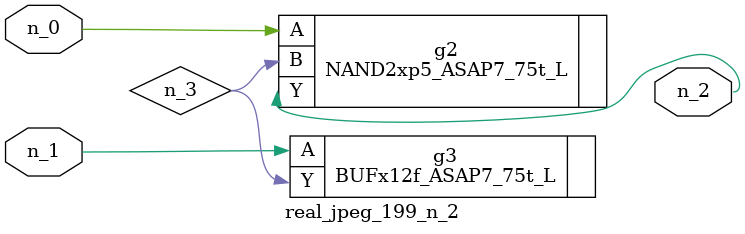
<source format=v>
module real_jpeg_199_n_2 (n_1, n_0, n_2);

input n_1;
input n_0;

output n_2;

wire n_3;

NAND2xp5_ASAP7_75t_L g2 ( 
.A(n_0),
.B(n_3),
.Y(n_2)
);

BUFx12f_ASAP7_75t_L g3 ( 
.A(n_1),
.Y(n_3)
);


endmodule
</source>
